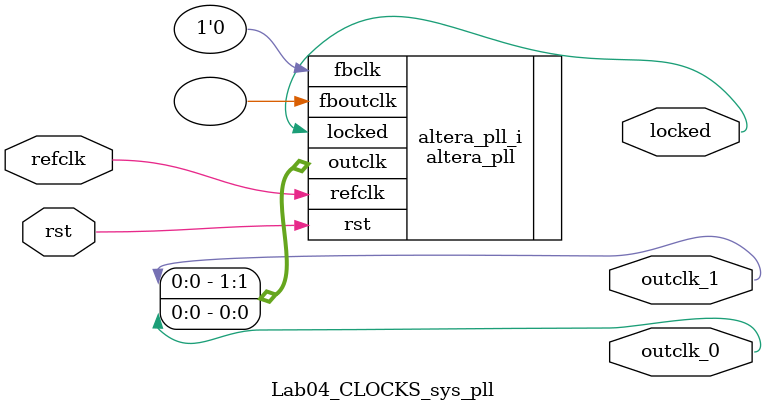
<source format=v>
`timescale 1ns/10ps
module  Lab04_CLOCKS_sys_pll(

	// interface 'refclk'
	input wire refclk,

	// interface 'reset'
	input wire rst,

	// interface 'outclk0'
	output wire outclk_0,

	// interface 'outclk1'
	output wire outclk_1,

	// interface 'locked'
	output wire locked
);

	altera_pll #(
		.fractional_vco_multiplier("false"),
		.reference_clock_frequency("50.0 MHz"),
		.operation_mode("direct"),
		.number_of_clocks(2),
		.output_clock_frequency0("50.000000 MHz"),
		.phase_shift0("0 ps"),
		.duty_cycle0(50),
		.output_clock_frequency1("50.000000 MHz"),
		.phase_shift1("-3000 ps"),
		.duty_cycle1(50),
		.output_clock_frequency2("0 MHz"),
		.phase_shift2("0 ps"),
		.duty_cycle2(50),
		.output_clock_frequency3("0 MHz"),
		.phase_shift3("0 ps"),
		.duty_cycle3(50),
		.output_clock_frequency4("0 MHz"),
		.phase_shift4("0 ps"),
		.duty_cycle4(50),
		.output_clock_frequency5("0 MHz"),
		.phase_shift5("0 ps"),
		.duty_cycle5(50),
		.output_clock_frequency6("0 MHz"),
		.phase_shift6("0 ps"),
		.duty_cycle6(50),
		.output_clock_frequency7("0 MHz"),
		.phase_shift7("0 ps"),
		.duty_cycle7(50),
		.output_clock_frequency8("0 MHz"),
		.phase_shift8("0 ps"),
		.duty_cycle8(50),
		.output_clock_frequency9("0 MHz"),
		.phase_shift9("0 ps"),
		.duty_cycle9(50),
		.output_clock_frequency10("0 MHz"),
		.phase_shift10("0 ps"),
		.duty_cycle10(50),
		.output_clock_frequency11("0 MHz"),
		.phase_shift11("0 ps"),
		.duty_cycle11(50),
		.output_clock_frequency12("0 MHz"),
		.phase_shift12("0 ps"),
		.duty_cycle12(50),
		.output_clock_frequency13("0 MHz"),
		.phase_shift13("0 ps"),
		.duty_cycle13(50),
		.output_clock_frequency14("0 MHz"),
		.phase_shift14("0 ps"),
		.duty_cycle14(50),
		.output_clock_frequency15("0 MHz"),
		.phase_shift15("0 ps"),
		.duty_cycle15(50),
		.output_clock_frequency16("0 MHz"),
		.phase_shift16("0 ps"),
		.duty_cycle16(50),
		.output_clock_frequency17("0 MHz"),
		.phase_shift17("0 ps"),
		.duty_cycle17(50),
		.pll_type("General"),
		.pll_subtype("General")
	) altera_pll_i (
		.rst	(rst),
		.outclk	({outclk_1, outclk_0}),
		.locked	(locked),
		.fboutclk	( ),
		.fbclk	(1'b0),
		.refclk	(refclk)
	);
endmodule


</source>
